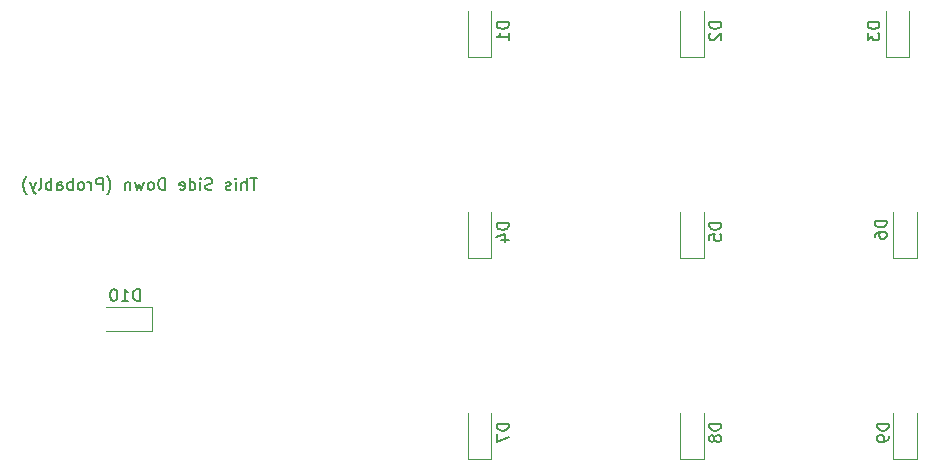
<source format=gbr>
%TF.GenerationSoftware,KiCad,Pcbnew,8.0.8*%
%TF.CreationDate,2025-02-14T20:38:13+05:30*%
%TF.ProjectId,bytepad,62797465-7061-4642-9e6b-696361645f70,8.2*%
%TF.SameCoordinates,Original*%
%TF.FileFunction,Legend,Bot*%
%TF.FilePolarity,Positive*%
%FSLAX46Y46*%
G04 Gerber Fmt 4.6, Leading zero omitted, Abs format (unit mm)*
G04 Created by KiCad (PCBNEW 8.0.8) date 2025-02-14 20:38:13*
%MOMM*%
%LPD*%
G01*
G04 APERTURE LIST*
%ADD10C,0.150000*%
%ADD11C,0.120000*%
G04 APERTURE END LIST*
D10*
X69976191Y-63454819D02*
X69404763Y-63454819D01*
X69690477Y-64454819D02*
X69690477Y-63454819D01*
X69071429Y-64454819D02*
X69071429Y-63454819D01*
X68642858Y-64454819D02*
X68642858Y-63931009D01*
X68642858Y-63931009D02*
X68690477Y-63835771D01*
X68690477Y-63835771D02*
X68785715Y-63788152D01*
X68785715Y-63788152D02*
X68928572Y-63788152D01*
X68928572Y-63788152D02*
X69023810Y-63835771D01*
X69023810Y-63835771D02*
X69071429Y-63883390D01*
X68166667Y-64454819D02*
X68166667Y-63788152D01*
X68166667Y-63454819D02*
X68214286Y-63502438D01*
X68214286Y-63502438D02*
X68166667Y-63550057D01*
X68166667Y-63550057D02*
X68119048Y-63502438D01*
X68119048Y-63502438D02*
X68166667Y-63454819D01*
X68166667Y-63454819D02*
X68166667Y-63550057D01*
X67738096Y-64407200D02*
X67642858Y-64454819D01*
X67642858Y-64454819D02*
X67452382Y-64454819D01*
X67452382Y-64454819D02*
X67357144Y-64407200D01*
X67357144Y-64407200D02*
X67309525Y-64311961D01*
X67309525Y-64311961D02*
X67309525Y-64264342D01*
X67309525Y-64264342D02*
X67357144Y-64169104D01*
X67357144Y-64169104D02*
X67452382Y-64121485D01*
X67452382Y-64121485D02*
X67595239Y-64121485D01*
X67595239Y-64121485D02*
X67690477Y-64073866D01*
X67690477Y-64073866D02*
X67738096Y-63978628D01*
X67738096Y-63978628D02*
X67738096Y-63931009D01*
X67738096Y-63931009D02*
X67690477Y-63835771D01*
X67690477Y-63835771D02*
X67595239Y-63788152D01*
X67595239Y-63788152D02*
X67452382Y-63788152D01*
X67452382Y-63788152D02*
X67357144Y-63835771D01*
X66166667Y-64407200D02*
X66023810Y-64454819D01*
X66023810Y-64454819D02*
X65785715Y-64454819D01*
X65785715Y-64454819D02*
X65690477Y-64407200D01*
X65690477Y-64407200D02*
X65642858Y-64359580D01*
X65642858Y-64359580D02*
X65595239Y-64264342D01*
X65595239Y-64264342D02*
X65595239Y-64169104D01*
X65595239Y-64169104D02*
X65642858Y-64073866D01*
X65642858Y-64073866D02*
X65690477Y-64026247D01*
X65690477Y-64026247D02*
X65785715Y-63978628D01*
X65785715Y-63978628D02*
X65976191Y-63931009D01*
X65976191Y-63931009D02*
X66071429Y-63883390D01*
X66071429Y-63883390D02*
X66119048Y-63835771D01*
X66119048Y-63835771D02*
X66166667Y-63740533D01*
X66166667Y-63740533D02*
X66166667Y-63645295D01*
X66166667Y-63645295D02*
X66119048Y-63550057D01*
X66119048Y-63550057D02*
X66071429Y-63502438D01*
X66071429Y-63502438D02*
X65976191Y-63454819D01*
X65976191Y-63454819D02*
X65738096Y-63454819D01*
X65738096Y-63454819D02*
X65595239Y-63502438D01*
X65166667Y-64454819D02*
X65166667Y-63788152D01*
X65166667Y-63454819D02*
X65214286Y-63502438D01*
X65214286Y-63502438D02*
X65166667Y-63550057D01*
X65166667Y-63550057D02*
X65119048Y-63502438D01*
X65119048Y-63502438D02*
X65166667Y-63454819D01*
X65166667Y-63454819D02*
X65166667Y-63550057D01*
X64261906Y-64454819D02*
X64261906Y-63454819D01*
X64261906Y-64407200D02*
X64357144Y-64454819D01*
X64357144Y-64454819D02*
X64547620Y-64454819D01*
X64547620Y-64454819D02*
X64642858Y-64407200D01*
X64642858Y-64407200D02*
X64690477Y-64359580D01*
X64690477Y-64359580D02*
X64738096Y-64264342D01*
X64738096Y-64264342D02*
X64738096Y-63978628D01*
X64738096Y-63978628D02*
X64690477Y-63883390D01*
X64690477Y-63883390D02*
X64642858Y-63835771D01*
X64642858Y-63835771D02*
X64547620Y-63788152D01*
X64547620Y-63788152D02*
X64357144Y-63788152D01*
X64357144Y-63788152D02*
X64261906Y-63835771D01*
X63404763Y-64407200D02*
X63500001Y-64454819D01*
X63500001Y-64454819D02*
X63690477Y-64454819D01*
X63690477Y-64454819D02*
X63785715Y-64407200D01*
X63785715Y-64407200D02*
X63833334Y-64311961D01*
X63833334Y-64311961D02*
X63833334Y-63931009D01*
X63833334Y-63931009D02*
X63785715Y-63835771D01*
X63785715Y-63835771D02*
X63690477Y-63788152D01*
X63690477Y-63788152D02*
X63500001Y-63788152D01*
X63500001Y-63788152D02*
X63404763Y-63835771D01*
X63404763Y-63835771D02*
X63357144Y-63931009D01*
X63357144Y-63931009D02*
X63357144Y-64026247D01*
X63357144Y-64026247D02*
X63833334Y-64121485D01*
X62166667Y-64454819D02*
X62166667Y-63454819D01*
X62166667Y-63454819D02*
X61928572Y-63454819D01*
X61928572Y-63454819D02*
X61785715Y-63502438D01*
X61785715Y-63502438D02*
X61690477Y-63597676D01*
X61690477Y-63597676D02*
X61642858Y-63692914D01*
X61642858Y-63692914D02*
X61595239Y-63883390D01*
X61595239Y-63883390D02*
X61595239Y-64026247D01*
X61595239Y-64026247D02*
X61642858Y-64216723D01*
X61642858Y-64216723D02*
X61690477Y-64311961D01*
X61690477Y-64311961D02*
X61785715Y-64407200D01*
X61785715Y-64407200D02*
X61928572Y-64454819D01*
X61928572Y-64454819D02*
X62166667Y-64454819D01*
X61023810Y-64454819D02*
X61119048Y-64407200D01*
X61119048Y-64407200D02*
X61166667Y-64359580D01*
X61166667Y-64359580D02*
X61214286Y-64264342D01*
X61214286Y-64264342D02*
X61214286Y-63978628D01*
X61214286Y-63978628D02*
X61166667Y-63883390D01*
X61166667Y-63883390D02*
X61119048Y-63835771D01*
X61119048Y-63835771D02*
X61023810Y-63788152D01*
X61023810Y-63788152D02*
X60880953Y-63788152D01*
X60880953Y-63788152D02*
X60785715Y-63835771D01*
X60785715Y-63835771D02*
X60738096Y-63883390D01*
X60738096Y-63883390D02*
X60690477Y-63978628D01*
X60690477Y-63978628D02*
X60690477Y-64264342D01*
X60690477Y-64264342D02*
X60738096Y-64359580D01*
X60738096Y-64359580D02*
X60785715Y-64407200D01*
X60785715Y-64407200D02*
X60880953Y-64454819D01*
X60880953Y-64454819D02*
X61023810Y-64454819D01*
X60357143Y-63788152D02*
X60166667Y-64454819D01*
X60166667Y-64454819D02*
X59976191Y-63978628D01*
X59976191Y-63978628D02*
X59785715Y-64454819D01*
X59785715Y-64454819D02*
X59595239Y-63788152D01*
X59214286Y-63788152D02*
X59214286Y-64454819D01*
X59214286Y-63883390D02*
X59166667Y-63835771D01*
X59166667Y-63835771D02*
X59071429Y-63788152D01*
X59071429Y-63788152D02*
X58928572Y-63788152D01*
X58928572Y-63788152D02*
X58833334Y-63835771D01*
X58833334Y-63835771D02*
X58785715Y-63931009D01*
X58785715Y-63931009D02*
X58785715Y-64454819D01*
X57261905Y-64835771D02*
X57309524Y-64788152D01*
X57309524Y-64788152D02*
X57404762Y-64645295D01*
X57404762Y-64645295D02*
X57452381Y-64550057D01*
X57452381Y-64550057D02*
X57500000Y-64407200D01*
X57500000Y-64407200D02*
X57547619Y-64169104D01*
X57547619Y-64169104D02*
X57547619Y-63978628D01*
X57547619Y-63978628D02*
X57500000Y-63740533D01*
X57500000Y-63740533D02*
X57452381Y-63597676D01*
X57452381Y-63597676D02*
X57404762Y-63502438D01*
X57404762Y-63502438D02*
X57309524Y-63359580D01*
X57309524Y-63359580D02*
X57261905Y-63311961D01*
X56880952Y-64454819D02*
X56880952Y-63454819D01*
X56880952Y-63454819D02*
X56500000Y-63454819D01*
X56500000Y-63454819D02*
X56404762Y-63502438D01*
X56404762Y-63502438D02*
X56357143Y-63550057D01*
X56357143Y-63550057D02*
X56309524Y-63645295D01*
X56309524Y-63645295D02*
X56309524Y-63788152D01*
X56309524Y-63788152D02*
X56357143Y-63883390D01*
X56357143Y-63883390D02*
X56404762Y-63931009D01*
X56404762Y-63931009D02*
X56500000Y-63978628D01*
X56500000Y-63978628D02*
X56880952Y-63978628D01*
X55880952Y-64454819D02*
X55880952Y-63788152D01*
X55880952Y-63978628D02*
X55833333Y-63883390D01*
X55833333Y-63883390D02*
X55785714Y-63835771D01*
X55785714Y-63835771D02*
X55690476Y-63788152D01*
X55690476Y-63788152D02*
X55595238Y-63788152D01*
X55119047Y-64454819D02*
X55214285Y-64407200D01*
X55214285Y-64407200D02*
X55261904Y-64359580D01*
X55261904Y-64359580D02*
X55309523Y-64264342D01*
X55309523Y-64264342D02*
X55309523Y-63978628D01*
X55309523Y-63978628D02*
X55261904Y-63883390D01*
X55261904Y-63883390D02*
X55214285Y-63835771D01*
X55214285Y-63835771D02*
X55119047Y-63788152D01*
X55119047Y-63788152D02*
X54976190Y-63788152D01*
X54976190Y-63788152D02*
X54880952Y-63835771D01*
X54880952Y-63835771D02*
X54833333Y-63883390D01*
X54833333Y-63883390D02*
X54785714Y-63978628D01*
X54785714Y-63978628D02*
X54785714Y-64264342D01*
X54785714Y-64264342D02*
X54833333Y-64359580D01*
X54833333Y-64359580D02*
X54880952Y-64407200D01*
X54880952Y-64407200D02*
X54976190Y-64454819D01*
X54976190Y-64454819D02*
X55119047Y-64454819D01*
X54357142Y-64454819D02*
X54357142Y-63454819D01*
X54357142Y-63835771D02*
X54261904Y-63788152D01*
X54261904Y-63788152D02*
X54071428Y-63788152D01*
X54071428Y-63788152D02*
X53976190Y-63835771D01*
X53976190Y-63835771D02*
X53928571Y-63883390D01*
X53928571Y-63883390D02*
X53880952Y-63978628D01*
X53880952Y-63978628D02*
X53880952Y-64264342D01*
X53880952Y-64264342D02*
X53928571Y-64359580D01*
X53928571Y-64359580D02*
X53976190Y-64407200D01*
X53976190Y-64407200D02*
X54071428Y-64454819D01*
X54071428Y-64454819D02*
X54261904Y-64454819D01*
X54261904Y-64454819D02*
X54357142Y-64407200D01*
X53023809Y-64454819D02*
X53023809Y-63931009D01*
X53023809Y-63931009D02*
X53071428Y-63835771D01*
X53071428Y-63835771D02*
X53166666Y-63788152D01*
X53166666Y-63788152D02*
X53357142Y-63788152D01*
X53357142Y-63788152D02*
X53452380Y-63835771D01*
X53023809Y-64407200D02*
X53119047Y-64454819D01*
X53119047Y-64454819D02*
X53357142Y-64454819D01*
X53357142Y-64454819D02*
X53452380Y-64407200D01*
X53452380Y-64407200D02*
X53499999Y-64311961D01*
X53499999Y-64311961D02*
X53499999Y-64216723D01*
X53499999Y-64216723D02*
X53452380Y-64121485D01*
X53452380Y-64121485D02*
X53357142Y-64073866D01*
X53357142Y-64073866D02*
X53119047Y-64073866D01*
X53119047Y-64073866D02*
X53023809Y-64026247D01*
X52547618Y-64454819D02*
X52547618Y-63454819D01*
X52547618Y-63835771D02*
X52452380Y-63788152D01*
X52452380Y-63788152D02*
X52261904Y-63788152D01*
X52261904Y-63788152D02*
X52166666Y-63835771D01*
X52166666Y-63835771D02*
X52119047Y-63883390D01*
X52119047Y-63883390D02*
X52071428Y-63978628D01*
X52071428Y-63978628D02*
X52071428Y-64264342D01*
X52071428Y-64264342D02*
X52119047Y-64359580D01*
X52119047Y-64359580D02*
X52166666Y-64407200D01*
X52166666Y-64407200D02*
X52261904Y-64454819D01*
X52261904Y-64454819D02*
X52452380Y-64454819D01*
X52452380Y-64454819D02*
X52547618Y-64407200D01*
X51499999Y-64454819D02*
X51595237Y-64407200D01*
X51595237Y-64407200D02*
X51642856Y-64311961D01*
X51642856Y-64311961D02*
X51642856Y-63454819D01*
X51214284Y-63788152D02*
X50976189Y-64454819D01*
X50738094Y-63788152D02*
X50976189Y-64454819D01*
X50976189Y-64454819D02*
X51071427Y-64692914D01*
X51071427Y-64692914D02*
X51119046Y-64740533D01*
X51119046Y-64740533D02*
X51214284Y-64788152D01*
X50452379Y-64835771D02*
X50404760Y-64788152D01*
X50404760Y-64788152D02*
X50309522Y-64645295D01*
X50309522Y-64645295D02*
X50261903Y-64550057D01*
X50261903Y-64550057D02*
X50214284Y-64407200D01*
X50214284Y-64407200D02*
X50166665Y-64169104D01*
X50166665Y-64169104D02*
X50166665Y-63978628D01*
X50166665Y-63978628D02*
X50214284Y-63740533D01*
X50214284Y-63740533D02*
X50261903Y-63597676D01*
X50261903Y-63597676D02*
X50309522Y-63502438D01*
X50309522Y-63502438D02*
X50404760Y-63359580D01*
X50404760Y-63359580D02*
X50452379Y-63311961D01*
X122654819Y-50261905D02*
X121654819Y-50261905D01*
X121654819Y-50261905D02*
X121654819Y-50500000D01*
X121654819Y-50500000D02*
X121702438Y-50642857D01*
X121702438Y-50642857D02*
X121797676Y-50738095D01*
X121797676Y-50738095D02*
X121892914Y-50785714D01*
X121892914Y-50785714D02*
X122083390Y-50833333D01*
X122083390Y-50833333D02*
X122226247Y-50833333D01*
X122226247Y-50833333D02*
X122416723Y-50785714D01*
X122416723Y-50785714D02*
X122511961Y-50738095D01*
X122511961Y-50738095D02*
X122607200Y-50642857D01*
X122607200Y-50642857D02*
X122654819Y-50500000D01*
X122654819Y-50500000D02*
X122654819Y-50261905D01*
X121654819Y-51166667D02*
X121654819Y-51785714D01*
X121654819Y-51785714D02*
X122035771Y-51452381D01*
X122035771Y-51452381D02*
X122035771Y-51595238D01*
X122035771Y-51595238D02*
X122083390Y-51690476D01*
X122083390Y-51690476D02*
X122131009Y-51738095D01*
X122131009Y-51738095D02*
X122226247Y-51785714D01*
X122226247Y-51785714D02*
X122464342Y-51785714D01*
X122464342Y-51785714D02*
X122559580Y-51738095D01*
X122559580Y-51738095D02*
X122607200Y-51690476D01*
X122607200Y-51690476D02*
X122654819Y-51595238D01*
X122654819Y-51595238D02*
X122654819Y-51309524D01*
X122654819Y-51309524D02*
X122607200Y-51214286D01*
X122607200Y-51214286D02*
X122559580Y-51166667D01*
X109254819Y-50261905D02*
X108254819Y-50261905D01*
X108254819Y-50261905D02*
X108254819Y-50500000D01*
X108254819Y-50500000D02*
X108302438Y-50642857D01*
X108302438Y-50642857D02*
X108397676Y-50738095D01*
X108397676Y-50738095D02*
X108492914Y-50785714D01*
X108492914Y-50785714D02*
X108683390Y-50833333D01*
X108683390Y-50833333D02*
X108826247Y-50833333D01*
X108826247Y-50833333D02*
X109016723Y-50785714D01*
X109016723Y-50785714D02*
X109111961Y-50738095D01*
X109111961Y-50738095D02*
X109207200Y-50642857D01*
X109207200Y-50642857D02*
X109254819Y-50500000D01*
X109254819Y-50500000D02*
X109254819Y-50261905D01*
X108350057Y-51214286D02*
X108302438Y-51261905D01*
X108302438Y-51261905D02*
X108254819Y-51357143D01*
X108254819Y-51357143D02*
X108254819Y-51595238D01*
X108254819Y-51595238D02*
X108302438Y-51690476D01*
X108302438Y-51690476D02*
X108350057Y-51738095D01*
X108350057Y-51738095D02*
X108445295Y-51785714D01*
X108445295Y-51785714D02*
X108540533Y-51785714D01*
X108540533Y-51785714D02*
X108683390Y-51738095D01*
X108683390Y-51738095D02*
X109254819Y-51166667D01*
X109254819Y-51166667D02*
X109254819Y-51785714D01*
X123454819Y-84261905D02*
X122454819Y-84261905D01*
X122454819Y-84261905D02*
X122454819Y-84500000D01*
X122454819Y-84500000D02*
X122502438Y-84642857D01*
X122502438Y-84642857D02*
X122597676Y-84738095D01*
X122597676Y-84738095D02*
X122692914Y-84785714D01*
X122692914Y-84785714D02*
X122883390Y-84833333D01*
X122883390Y-84833333D02*
X123026247Y-84833333D01*
X123026247Y-84833333D02*
X123216723Y-84785714D01*
X123216723Y-84785714D02*
X123311961Y-84738095D01*
X123311961Y-84738095D02*
X123407200Y-84642857D01*
X123407200Y-84642857D02*
X123454819Y-84500000D01*
X123454819Y-84500000D02*
X123454819Y-84261905D01*
X123454819Y-85309524D02*
X123454819Y-85500000D01*
X123454819Y-85500000D02*
X123407200Y-85595238D01*
X123407200Y-85595238D02*
X123359580Y-85642857D01*
X123359580Y-85642857D02*
X123216723Y-85738095D01*
X123216723Y-85738095D02*
X123026247Y-85785714D01*
X123026247Y-85785714D02*
X122645295Y-85785714D01*
X122645295Y-85785714D02*
X122550057Y-85738095D01*
X122550057Y-85738095D02*
X122502438Y-85690476D01*
X122502438Y-85690476D02*
X122454819Y-85595238D01*
X122454819Y-85595238D02*
X122454819Y-85404762D01*
X122454819Y-85404762D02*
X122502438Y-85309524D01*
X122502438Y-85309524D02*
X122550057Y-85261905D01*
X122550057Y-85261905D02*
X122645295Y-85214286D01*
X122645295Y-85214286D02*
X122883390Y-85214286D01*
X122883390Y-85214286D02*
X122978628Y-85261905D01*
X122978628Y-85261905D02*
X123026247Y-85309524D01*
X123026247Y-85309524D02*
X123073866Y-85404762D01*
X123073866Y-85404762D02*
X123073866Y-85595238D01*
X123073866Y-85595238D02*
X123026247Y-85690476D01*
X123026247Y-85690476D02*
X122978628Y-85738095D01*
X122978628Y-85738095D02*
X122883390Y-85785714D01*
X91254819Y-67261905D02*
X90254819Y-67261905D01*
X90254819Y-67261905D02*
X90254819Y-67500000D01*
X90254819Y-67500000D02*
X90302438Y-67642857D01*
X90302438Y-67642857D02*
X90397676Y-67738095D01*
X90397676Y-67738095D02*
X90492914Y-67785714D01*
X90492914Y-67785714D02*
X90683390Y-67833333D01*
X90683390Y-67833333D02*
X90826247Y-67833333D01*
X90826247Y-67833333D02*
X91016723Y-67785714D01*
X91016723Y-67785714D02*
X91111961Y-67738095D01*
X91111961Y-67738095D02*
X91207200Y-67642857D01*
X91207200Y-67642857D02*
X91254819Y-67500000D01*
X91254819Y-67500000D02*
X91254819Y-67261905D01*
X90588152Y-68690476D02*
X91254819Y-68690476D01*
X90207200Y-68452381D02*
X90921485Y-68214286D01*
X90921485Y-68214286D02*
X90921485Y-68833333D01*
X91254819Y-50261905D02*
X90254819Y-50261905D01*
X90254819Y-50261905D02*
X90254819Y-50500000D01*
X90254819Y-50500000D02*
X90302438Y-50642857D01*
X90302438Y-50642857D02*
X90397676Y-50738095D01*
X90397676Y-50738095D02*
X90492914Y-50785714D01*
X90492914Y-50785714D02*
X90683390Y-50833333D01*
X90683390Y-50833333D02*
X90826247Y-50833333D01*
X90826247Y-50833333D02*
X91016723Y-50785714D01*
X91016723Y-50785714D02*
X91111961Y-50738095D01*
X91111961Y-50738095D02*
X91207200Y-50642857D01*
X91207200Y-50642857D02*
X91254819Y-50500000D01*
X91254819Y-50500000D02*
X91254819Y-50261905D01*
X91254819Y-51785714D02*
X91254819Y-51214286D01*
X91254819Y-51500000D02*
X90254819Y-51500000D01*
X90254819Y-51500000D02*
X90397676Y-51404762D01*
X90397676Y-51404762D02*
X90492914Y-51309524D01*
X90492914Y-51309524D02*
X90540533Y-51214286D01*
X109254819Y-84261905D02*
X108254819Y-84261905D01*
X108254819Y-84261905D02*
X108254819Y-84500000D01*
X108254819Y-84500000D02*
X108302438Y-84642857D01*
X108302438Y-84642857D02*
X108397676Y-84738095D01*
X108397676Y-84738095D02*
X108492914Y-84785714D01*
X108492914Y-84785714D02*
X108683390Y-84833333D01*
X108683390Y-84833333D02*
X108826247Y-84833333D01*
X108826247Y-84833333D02*
X109016723Y-84785714D01*
X109016723Y-84785714D02*
X109111961Y-84738095D01*
X109111961Y-84738095D02*
X109207200Y-84642857D01*
X109207200Y-84642857D02*
X109254819Y-84500000D01*
X109254819Y-84500000D02*
X109254819Y-84261905D01*
X108683390Y-85404762D02*
X108635771Y-85309524D01*
X108635771Y-85309524D02*
X108588152Y-85261905D01*
X108588152Y-85261905D02*
X108492914Y-85214286D01*
X108492914Y-85214286D02*
X108445295Y-85214286D01*
X108445295Y-85214286D02*
X108350057Y-85261905D01*
X108350057Y-85261905D02*
X108302438Y-85309524D01*
X108302438Y-85309524D02*
X108254819Y-85404762D01*
X108254819Y-85404762D02*
X108254819Y-85595238D01*
X108254819Y-85595238D02*
X108302438Y-85690476D01*
X108302438Y-85690476D02*
X108350057Y-85738095D01*
X108350057Y-85738095D02*
X108445295Y-85785714D01*
X108445295Y-85785714D02*
X108492914Y-85785714D01*
X108492914Y-85785714D02*
X108588152Y-85738095D01*
X108588152Y-85738095D02*
X108635771Y-85690476D01*
X108635771Y-85690476D02*
X108683390Y-85595238D01*
X108683390Y-85595238D02*
X108683390Y-85404762D01*
X108683390Y-85404762D02*
X108731009Y-85309524D01*
X108731009Y-85309524D02*
X108778628Y-85261905D01*
X108778628Y-85261905D02*
X108873866Y-85214286D01*
X108873866Y-85214286D02*
X109064342Y-85214286D01*
X109064342Y-85214286D02*
X109159580Y-85261905D01*
X109159580Y-85261905D02*
X109207200Y-85309524D01*
X109207200Y-85309524D02*
X109254819Y-85404762D01*
X109254819Y-85404762D02*
X109254819Y-85595238D01*
X109254819Y-85595238D02*
X109207200Y-85690476D01*
X109207200Y-85690476D02*
X109159580Y-85738095D01*
X109159580Y-85738095D02*
X109064342Y-85785714D01*
X109064342Y-85785714D02*
X108873866Y-85785714D01*
X108873866Y-85785714D02*
X108778628Y-85738095D01*
X108778628Y-85738095D02*
X108731009Y-85690476D01*
X108731009Y-85690476D02*
X108683390Y-85595238D01*
X109254819Y-67261905D02*
X108254819Y-67261905D01*
X108254819Y-67261905D02*
X108254819Y-67500000D01*
X108254819Y-67500000D02*
X108302438Y-67642857D01*
X108302438Y-67642857D02*
X108397676Y-67738095D01*
X108397676Y-67738095D02*
X108492914Y-67785714D01*
X108492914Y-67785714D02*
X108683390Y-67833333D01*
X108683390Y-67833333D02*
X108826247Y-67833333D01*
X108826247Y-67833333D02*
X109016723Y-67785714D01*
X109016723Y-67785714D02*
X109111961Y-67738095D01*
X109111961Y-67738095D02*
X109207200Y-67642857D01*
X109207200Y-67642857D02*
X109254819Y-67500000D01*
X109254819Y-67500000D02*
X109254819Y-67261905D01*
X108254819Y-68738095D02*
X108254819Y-68261905D01*
X108254819Y-68261905D02*
X108731009Y-68214286D01*
X108731009Y-68214286D02*
X108683390Y-68261905D01*
X108683390Y-68261905D02*
X108635771Y-68357143D01*
X108635771Y-68357143D02*
X108635771Y-68595238D01*
X108635771Y-68595238D02*
X108683390Y-68690476D01*
X108683390Y-68690476D02*
X108731009Y-68738095D01*
X108731009Y-68738095D02*
X108826247Y-68785714D01*
X108826247Y-68785714D02*
X109064342Y-68785714D01*
X109064342Y-68785714D02*
X109159580Y-68738095D01*
X109159580Y-68738095D02*
X109207200Y-68690476D01*
X109207200Y-68690476D02*
X109254819Y-68595238D01*
X109254819Y-68595238D02*
X109254819Y-68357143D01*
X109254819Y-68357143D02*
X109207200Y-68261905D01*
X109207200Y-68261905D02*
X109159580Y-68214286D01*
X91254819Y-84261905D02*
X90254819Y-84261905D01*
X90254819Y-84261905D02*
X90254819Y-84500000D01*
X90254819Y-84500000D02*
X90302438Y-84642857D01*
X90302438Y-84642857D02*
X90397676Y-84738095D01*
X90397676Y-84738095D02*
X90492914Y-84785714D01*
X90492914Y-84785714D02*
X90683390Y-84833333D01*
X90683390Y-84833333D02*
X90826247Y-84833333D01*
X90826247Y-84833333D02*
X91016723Y-84785714D01*
X91016723Y-84785714D02*
X91111961Y-84738095D01*
X91111961Y-84738095D02*
X91207200Y-84642857D01*
X91207200Y-84642857D02*
X91254819Y-84500000D01*
X91254819Y-84500000D02*
X91254819Y-84261905D01*
X90254819Y-85166667D02*
X90254819Y-85833333D01*
X90254819Y-85833333D02*
X91254819Y-85404762D01*
X123254819Y-67061905D02*
X122254819Y-67061905D01*
X122254819Y-67061905D02*
X122254819Y-67300000D01*
X122254819Y-67300000D02*
X122302438Y-67442857D01*
X122302438Y-67442857D02*
X122397676Y-67538095D01*
X122397676Y-67538095D02*
X122492914Y-67585714D01*
X122492914Y-67585714D02*
X122683390Y-67633333D01*
X122683390Y-67633333D02*
X122826247Y-67633333D01*
X122826247Y-67633333D02*
X123016723Y-67585714D01*
X123016723Y-67585714D02*
X123111961Y-67538095D01*
X123111961Y-67538095D02*
X123207200Y-67442857D01*
X123207200Y-67442857D02*
X123254819Y-67300000D01*
X123254819Y-67300000D02*
X123254819Y-67061905D01*
X122254819Y-68490476D02*
X122254819Y-68300000D01*
X122254819Y-68300000D02*
X122302438Y-68204762D01*
X122302438Y-68204762D02*
X122350057Y-68157143D01*
X122350057Y-68157143D02*
X122492914Y-68061905D01*
X122492914Y-68061905D02*
X122683390Y-68014286D01*
X122683390Y-68014286D02*
X123064342Y-68014286D01*
X123064342Y-68014286D02*
X123159580Y-68061905D01*
X123159580Y-68061905D02*
X123207200Y-68109524D01*
X123207200Y-68109524D02*
X123254819Y-68204762D01*
X123254819Y-68204762D02*
X123254819Y-68395238D01*
X123254819Y-68395238D02*
X123207200Y-68490476D01*
X123207200Y-68490476D02*
X123159580Y-68538095D01*
X123159580Y-68538095D02*
X123064342Y-68585714D01*
X123064342Y-68585714D02*
X122826247Y-68585714D01*
X122826247Y-68585714D02*
X122731009Y-68538095D01*
X122731009Y-68538095D02*
X122683390Y-68490476D01*
X122683390Y-68490476D02*
X122635771Y-68395238D01*
X122635771Y-68395238D02*
X122635771Y-68204762D01*
X122635771Y-68204762D02*
X122683390Y-68109524D01*
X122683390Y-68109524D02*
X122731009Y-68061905D01*
X122731009Y-68061905D02*
X122826247Y-68014286D01*
X60014285Y-73854819D02*
X60014285Y-72854819D01*
X60014285Y-72854819D02*
X59776190Y-72854819D01*
X59776190Y-72854819D02*
X59633333Y-72902438D01*
X59633333Y-72902438D02*
X59538095Y-72997676D01*
X59538095Y-72997676D02*
X59490476Y-73092914D01*
X59490476Y-73092914D02*
X59442857Y-73283390D01*
X59442857Y-73283390D02*
X59442857Y-73426247D01*
X59442857Y-73426247D02*
X59490476Y-73616723D01*
X59490476Y-73616723D02*
X59538095Y-73711961D01*
X59538095Y-73711961D02*
X59633333Y-73807200D01*
X59633333Y-73807200D02*
X59776190Y-73854819D01*
X59776190Y-73854819D02*
X60014285Y-73854819D01*
X58490476Y-73854819D02*
X59061904Y-73854819D01*
X58776190Y-73854819D02*
X58776190Y-72854819D01*
X58776190Y-72854819D02*
X58871428Y-72997676D01*
X58871428Y-72997676D02*
X58966666Y-73092914D01*
X58966666Y-73092914D02*
X59061904Y-73140533D01*
X57871428Y-72854819D02*
X57776190Y-72854819D01*
X57776190Y-72854819D02*
X57680952Y-72902438D01*
X57680952Y-72902438D02*
X57633333Y-72950057D01*
X57633333Y-72950057D02*
X57585714Y-73045295D01*
X57585714Y-73045295D02*
X57538095Y-73235771D01*
X57538095Y-73235771D02*
X57538095Y-73473866D01*
X57538095Y-73473866D02*
X57585714Y-73664342D01*
X57585714Y-73664342D02*
X57633333Y-73759580D01*
X57633333Y-73759580D02*
X57680952Y-73807200D01*
X57680952Y-73807200D02*
X57776190Y-73854819D01*
X57776190Y-73854819D02*
X57871428Y-73854819D01*
X57871428Y-73854819D02*
X57966666Y-73807200D01*
X57966666Y-73807200D02*
X58014285Y-73759580D01*
X58014285Y-73759580D02*
X58061904Y-73664342D01*
X58061904Y-73664342D02*
X58109523Y-73473866D01*
X58109523Y-73473866D02*
X58109523Y-73235771D01*
X58109523Y-73235771D02*
X58061904Y-73045295D01*
X58061904Y-73045295D02*
X58014285Y-72950057D01*
X58014285Y-72950057D02*
X57966666Y-72902438D01*
X57966666Y-72902438D02*
X57871428Y-72854819D01*
D11*
%TO.C,D3*%
X123200000Y-53250000D02*
X123200000Y-49350000D01*
X125200000Y-53250000D02*
X123200000Y-53250000D01*
X125200000Y-53250000D02*
X125200000Y-49350000D01*
%TO.C,D2*%
X105800000Y-53250000D02*
X105800000Y-49350000D01*
X107800000Y-53250000D02*
X105800000Y-53250000D01*
X107800000Y-53250000D02*
X107800000Y-49350000D01*
%TO.C,D9*%
X123800000Y-87250000D02*
X123800000Y-83350000D01*
X125800000Y-87250000D02*
X123800000Y-87250000D01*
X125800000Y-87250000D02*
X125800000Y-83350000D01*
%TO.C,D4*%
X87800000Y-70250000D02*
X87800000Y-66350000D01*
X89800000Y-70250000D02*
X87800000Y-70250000D01*
X89800000Y-70250000D02*
X89800000Y-66350000D01*
%TO.C,D1*%
X87800000Y-53250000D02*
X87800000Y-49350000D01*
X89800000Y-53250000D02*
X87800000Y-53250000D01*
X89800000Y-53250000D02*
X89800000Y-49350000D01*
%TO.C,D8*%
X105800000Y-87250000D02*
X105800000Y-83350000D01*
X107800000Y-87250000D02*
X105800000Y-87250000D01*
X107800000Y-87250000D02*
X107800000Y-83350000D01*
%TO.C,D5*%
X105800000Y-70250000D02*
X105800000Y-66350000D01*
X107800000Y-70250000D02*
X105800000Y-70250000D01*
X107800000Y-70250000D02*
X107800000Y-66350000D01*
%TO.C,D7*%
X87800000Y-87250000D02*
X87800000Y-83350000D01*
X89800000Y-87250000D02*
X87800000Y-87250000D01*
X89800000Y-87250000D02*
X89800000Y-83350000D01*
%TO.C,D6*%
X123800000Y-70250000D02*
X123800000Y-66350000D01*
X125800000Y-70250000D02*
X123800000Y-70250000D01*
X125800000Y-70250000D02*
X125800000Y-66350000D01*
%TO.C,D10*%
X61050000Y-74400000D02*
X57150000Y-74400000D01*
X61050000Y-74400000D02*
X61050000Y-76400000D01*
X61050000Y-76400000D02*
X57150000Y-76400000D01*
%TD*%
M02*

</source>
